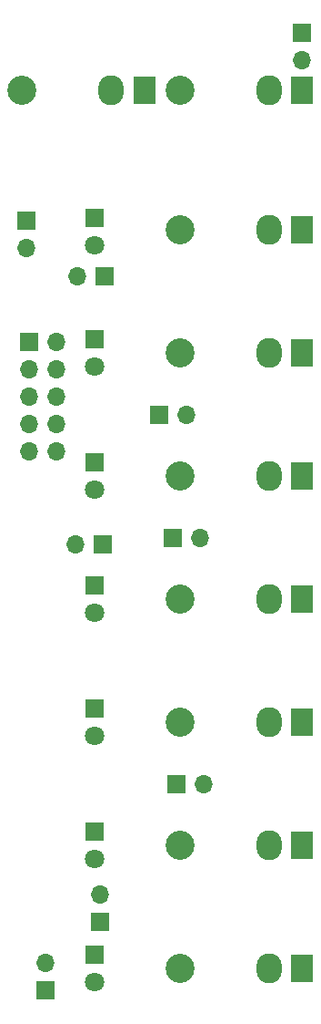
<source format=gbs>
G04 #@! TF.GenerationSoftware,KiCad,Pcbnew,(5.1.10)-1*
G04 #@! TF.CreationDate,2021-11-26T00:00:14+01:00*
G04 #@! TF.ProjectId,clockdiv,636c6f63-6b64-4697-962e-6b696361645f,rev?*
G04 #@! TF.SameCoordinates,Original*
G04 #@! TF.FileFunction,Soldermask,Bot*
G04 #@! TF.FilePolarity,Negative*
%FSLAX46Y46*%
G04 Gerber Fmt 4.6, Leading zero omitted, Abs format (unit mm)*
G04 Created by KiCad (PCBNEW (5.1.10)-1) date 2021-11-26 00:00:14*
%MOMM*%
%LPD*%
G01*
G04 APERTURE LIST*
%ADD10O,1.700000X1.700000*%
%ADD11R,1.700000X1.700000*%
%ADD12O,2.350000X2.800000*%
%ADD13R,2.150000X2.600000*%
%ADD14C,2.700000*%
%ADD15C,1.800000*%
%ADD16R,1.800000X1.800000*%
G04 APERTURE END LIST*
D10*
G04 #@! TO.C,J19*
X111760000Y-164084000D03*
D11*
X111760000Y-166624000D03*
G04 #@! TD*
D10*
G04 #@! TO.C,J18*
X116840000Y-157734000D03*
D11*
X116840000Y-160274000D03*
G04 #@! TD*
D10*
G04 #@! TO.C,J17*
X126492000Y-147447000D03*
D11*
X123952000Y-147447000D03*
G04 #@! TD*
D10*
G04 #@! TO.C,J16*
X126111000Y-124587000D03*
D11*
X123571000Y-124587000D03*
G04 #@! TD*
D10*
G04 #@! TO.C,J15*
X124841000Y-113157000D03*
D11*
X122301000Y-113157000D03*
G04 #@! TD*
D10*
G04 #@! TO.C,J14*
X114554000Y-125222000D03*
D11*
X117094000Y-125222000D03*
G04 #@! TD*
D10*
G04 #@! TO.C,J13*
X114681000Y-100330000D03*
D11*
X117221000Y-100330000D03*
G04 #@! TD*
D12*
G04 #@! TO.C,J2*
X117856000Y-83058000D03*
D13*
X120956000Y-83058000D03*
D14*
X109556000Y-83058000D03*
G04 #@! TD*
D10*
G04 #@! TO.C,J10*
X135636000Y-80264000D03*
D11*
X135636000Y-77724000D03*
G04 #@! TD*
D10*
G04 #@! TO.C,J3*
X109982000Y-97663000D03*
D11*
X109982000Y-95123000D03*
G04 #@! TD*
D12*
G04 #@! TO.C,J12*
X132536000Y-164592000D03*
D13*
X135636000Y-164592000D03*
D14*
X124236000Y-164592000D03*
G04 #@! TD*
D15*
G04 #@! TO.C,D6*
X116332000Y-165862000D03*
D16*
X116332000Y-163322000D03*
G04 #@! TD*
D10*
G04 #@! TO.C,J11*
X112776000Y-116586000D03*
X110236000Y-116586000D03*
X112776000Y-114046000D03*
X110236000Y-114046000D03*
X112776000Y-111506000D03*
X110236000Y-111506000D03*
X112776000Y-108966000D03*
X110236000Y-108966000D03*
X112776000Y-106426000D03*
D11*
X110236000Y-106426000D03*
G04 #@! TD*
D15*
G04 #@! TO.C,D12*
X116332000Y-154432000D03*
D16*
X116332000Y-151892000D03*
G04 #@! TD*
D15*
G04 #@! TO.C,D11*
X116332000Y-143002000D03*
D16*
X116332000Y-140462000D03*
G04 #@! TD*
D15*
G04 #@! TO.C,D10*
X116332000Y-131572000D03*
D16*
X116332000Y-129032000D03*
G04 #@! TD*
D15*
G04 #@! TO.C,D9*
X116332000Y-108712000D03*
D16*
X116332000Y-106172000D03*
G04 #@! TD*
D15*
G04 #@! TO.C,D8*
X116332000Y-120142000D03*
D16*
X116332000Y-117602000D03*
G04 #@! TD*
D15*
G04 #@! TO.C,D7*
X116332000Y-97409000D03*
D16*
X116332000Y-94869000D03*
G04 #@! TD*
D12*
G04 #@! TO.C,J9*
X132536000Y-153162000D03*
D13*
X135636000Y-153162000D03*
D14*
X124236000Y-153162000D03*
G04 #@! TD*
D12*
G04 #@! TO.C,J8*
X132536000Y-141732000D03*
D13*
X135636000Y-141732000D03*
D14*
X124236000Y-141732000D03*
G04 #@! TD*
D12*
G04 #@! TO.C,J7*
X132536000Y-130302000D03*
D13*
X135636000Y-130302000D03*
D14*
X124236000Y-130302000D03*
G04 #@! TD*
D12*
G04 #@! TO.C,J6*
X132536000Y-107442000D03*
D13*
X135636000Y-107442000D03*
D14*
X124236000Y-107442000D03*
G04 #@! TD*
D12*
G04 #@! TO.C,J5*
X132536000Y-118872000D03*
D13*
X135636000Y-118872000D03*
D14*
X124236000Y-118872000D03*
G04 #@! TD*
D12*
G04 #@! TO.C,J4*
X132536000Y-96012000D03*
D13*
X135636000Y-96012000D03*
D14*
X124236000Y-96012000D03*
G04 #@! TD*
D12*
G04 #@! TO.C,J1*
X132536000Y-83058000D03*
D13*
X135636000Y-83058000D03*
D14*
X124236000Y-83058000D03*
G04 #@! TD*
M02*

</source>
